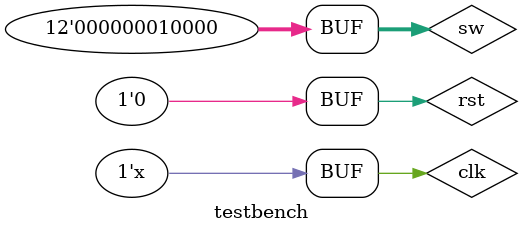
<source format=v>
`timescale 10ns / 100ps

module testbench();
reg [11:0] sw;
reg rst, clk;


wire [3:0] led;
wire [7:0] seg;

wire lcd_e, lcd_rs, lcd_rw;
wire [7:0] lcd_data;

calculator1 u1(sw, rst, clk, led, seg, lcd_e, lcd_rs, lcd_rw, lcd_data);
initial begin
    rst = 1; clk = 0; sw = 0;
   #1 rst = 0; 

   #10 sw = 12'b0000_1000_0000;
   #2.5 sw = 12'b0000_0001_0000;
end

always #0.25 clk = ~clk;

endmodule

// `timescale 10ns / 100ps

// module testbench();
// reg [11:0] sw;
// reg rst, clk;


// wire [3:0] led;
// wire [7:0] seg;

// wire lcd_e, lcd_rs, lcd_rw;
// wire [7:0] lcd_data;

// calculator1 u1(sw, rst, clk, led, seg, lcd_e, lcd_rs, lcd_rw, lcd_data);
// initial begin
//     rst = 1; clk = 0; sw = 0;
//    #1 rst = 0; 

//    #10 sw = 12'b0000_1000_0000;
//    #4 sw = 12'b0000_0001_0000;
//    #4 rst = 1;
//    #4 sw = 12'b0000_0010_0000;
//    #4 sw = 12'b0000_0100_0000;
//    #4 rst = 1;
// end

// always #0.5 clk = ~clk;

// endmodule


</source>
